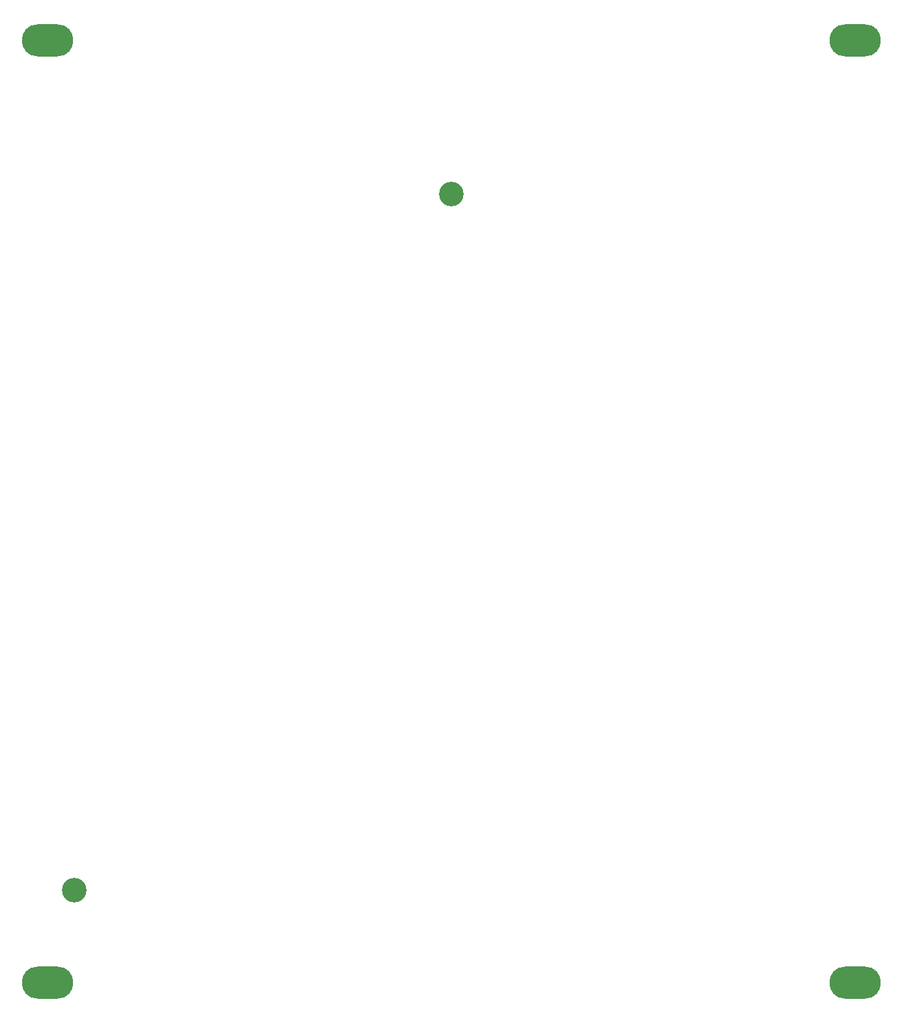
<source format=gbr>
G04 #@! TF.GenerationSoftware,KiCad,Pcbnew,(6.0.6)*
G04 #@! TF.CreationDate,2022-11-24T10:30:41+00:00*
G04 #@! TF.ProjectId,Drumbox,4472756d-626f-4782-9e6b-696361645f70,rev?*
G04 #@! TF.SameCoordinates,Original*
G04 #@! TF.FileFunction,Soldermask,Top*
G04 #@! TF.FilePolarity,Negative*
%FSLAX46Y46*%
G04 Gerber Fmt 4.6, Leading zero omitted, Abs format (unit mm)*
G04 Created by KiCad (PCBNEW (6.0.6)) date 2022-11-24 10:30:41*
%MOMM*%
%LPD*%
G01*
G04 APERTURE LIST*
%ADD10O,6.700000X4.200000*%
%ADD11C,3.200000*%
G04 APERTURE END LIST*
D10*
X43500000Y-39000000D03*
X148500000Y-39000000D03*
X43500000Y-161500000D03*
D11*
X47000000Y-149500000D03*
D10*
X148500000Y-161500000D03*
D11*
X96000000Y-59000000D03*
M02*

</source>
